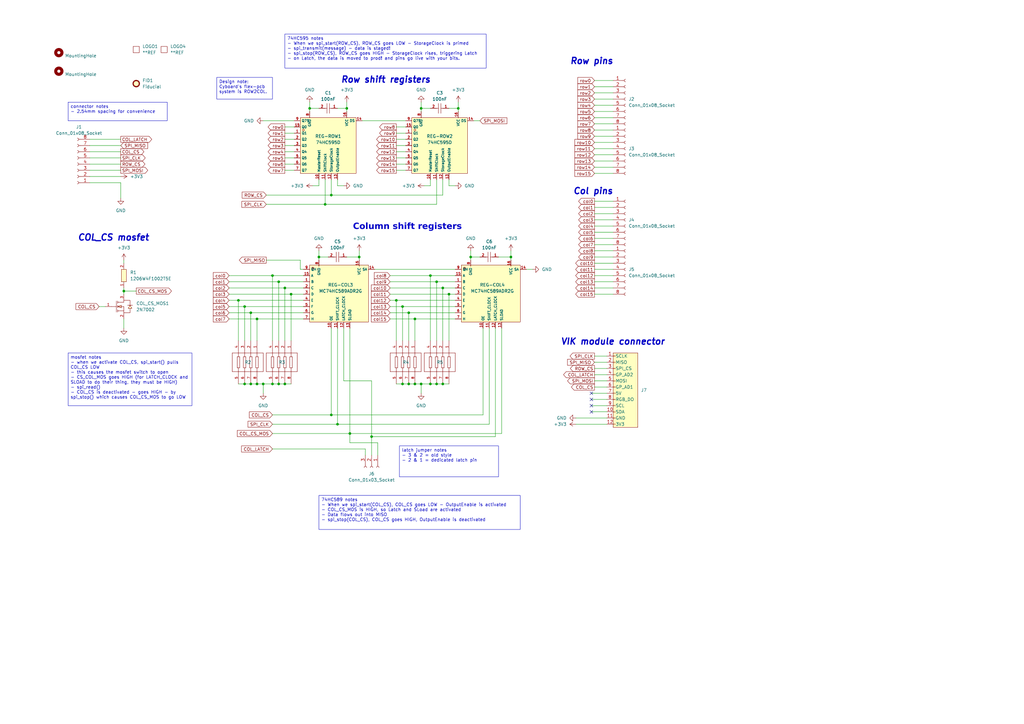
<source format=kicad_sch>
(kicad_sch (version 20231120) (generator "eeschema") (generator_version "8.0")
  (paper "A3")
  (lib_symbols
    (symbol "Connector:Conn_01x03_Socket" (pin_names (offset 1.016) hide)
      (property "Reference" "J" (at 0 5.08 0))
      (property "Value" "Conn_01x03_Socket" (at 0 -5.08 0))
      (symbol "Conn_01x03_Socket_1_1"
        (arc (start 0 -2.032) (mid -0.5058 -2.54) (end 0 -3.048) (stroke (width 0.1524)))
        (polyline (pts (xy -1.27 -2.54) (xy -0.508 -2.54)) (stroke (width 0.1524)))
        (polyline (pts (xy -1.27 0) (xy -0.508 0)) (stroke (width 0.1524)))
        (polyline (pts (xy -1.27 2.54) (xy -0.508 2.54)) (stroke (width 0.1524)))
        (arc (start 0 0.508) (mid -0.5058 0) (end 0 -0.508) (stroke (width 0.1524)))
        (arc (start 0 3.048) (mid -0.5058 2.54) (end 0 2.032) (stroke (width 0.1524)))
        (pin passive line (at -5.08 2.54 0) (length 3.81) (name "Pin_1") (number "1"))
        (pin passive line (at -5.08 0 0) (length 3.81) (name "Pin_2") (number "2"))
        (pin passive line (at -5.08 -2.54 0) (length 3.81) (name "Pin_3") (number "3"))
      )
    )
    (symbol "Connector:Conn_01x08_Socket" (pin_names (offset 1.016) hide)
      (property "Reference" "J" (at 0 10.16 0))
      (property "Value" "Conn_01x08_Socket" (at 0 -12.7 0))
      (symbol "Conn_01x08_Socket_1_1"
        (arc (start 0 -9.652) (mid -0.5058 -10.16) (end 0 -10.668) (stroke (width 0.1524)))
        (arc (start 0 -7.112) (mid -0.5058 -7.62) (end 0 -8.128) (stroke (width 0.1524)))
        (arc (start 0 -4.572) (mid -0.5058 -5.08) (end 0 -5.588) (stroke (width 0.1524)))
        (arc (start 0 -2.032) (mid -0.5058 -2.54) (end 0 -3.048) (stroke (width 0.1524)))
        (polyline (pts (xy -1.27 -10.16) (xy -0.508 -10.16)) (stroke (width 0.1524)))
        (polyline (pts (xy -1.27 -7.62) (xy -0.508 -7.62)) (stroke (width 0.1524)))
        (polyline (pts (xy -1.27 -5.08) (xy -0.508 -5.08)) (stroke (width 0.1524)))
        (polyline (pts (xy -1.27 -2.54) (xy -0.508 -2.54)) (stroke (width 0.1524)))
        (polyline (pts (xy -1.27 0) (xy -0.508 0)) (stroke (width 0.1524)))
        (polyline (pts (xy -1.27 2.54) (xy -0.508 2.54)) (stroke (width 0.1524)))
        (polyline (pts (xy -1.27 5.08) (xy -0.508 5.08)) (stroke (width 0.1524)))
        (polyline (pts (xy -1.27 7.62) (xy -0.508 7.62)) (stroke (width 0.1524)))
        (arc (start 0 0.508) (mid -0.5058 0) (end 0 -0.508) (stroke (width 0.1524)))
        (arc (start 0 3.048) (mid -0.5058 2.54) (end 0 2.032) (stroke (width 0.1524)))
        (arc (start 0 5.588) (mid -0.5058 5.08) (end 0 4.572) (stroke (width 0.1524)))
        (arc (start 0 8.128) (mid -0.5058 7.62) (end 0 7.112) (stroke (width 0.1524)))
        (pin passive line (at -5.08 7.62 0) (length 3.81) (name "Pin_1") (number "1"))
        (pin passive line (at -5.08 5.08 0) (length 3.81) (name "Pin_2") (number "2"))
        (pin passive line (at -5.08 2.54 0) (length 3.81) (name "Pin_3") (number "3"))
        (pin passive line (at -5.08 0 0) (length 3.81) (name "Pin_4") (number "4"))
        (pin passive line (at -5.08 -2.54 0) (length 3.81) (name "Pin_5") (number "5"))
        (pin passive line (at -5.08 -5.08 0) (length 3.81) (name "Pin_6") (number "6"))
        (pin passive line (at -5.08 -7.62 0) (length 3.81) (name "Pin_7") (number "7"))
        (pin passive line (at -5.08 -10.16 0) (length 3.81) (name "Pin_8") (number "8"))
      )
    )
    (symbol "Mechanical:Fiducial"
      (property "Reference" "FID" (at 0 5.08 0))
      (property "Value" "Fiducial" (at 0 3.175 0))
      (symbol "Fiducial_0_1"
        (circle (center 0 0) (radius 1.27) (stroke (width 0.508)) (fill (type background)))
      )
    )
    (symbol "Mechanical:MountingHole" (pin_names (offset 1.016))
      (property "Reference" "H" (at 0 5.08 0))
      (property "Value" "MountingHole" (at 0 3.175 0))
      (symbol "MountingHole_0_1"
        (circle (center 0 0) (radius 1.27) (stroke (width 1.27)))
      )
    )
    (symbol "ct-kicad:1206W4F1002T5E" (pin_names hide)
      (property "Reference" "R" (at 0 1.27 0))
      (property "Value" "1206W4F1002T5E" (at 0 -2.54 0))
      (symbol "1206W4F1002T5E_0_1"
        (rectangle (start -2.54 1.016) (end 2.54 -1.016) (fill (type background)))
        (pin input line (at -5.08 0 0) (length 2.54) (name "1") (number "1"))
        (pin input line (at 5.08 0 180) (length 2.54) (name "2") (number "2"))
      )
    )
    (symbol "ct-kicad:2N7002" (pin_names hide)
      (property "Reference" "U" (at 0 1.27 0))
      (property "Value" "2N7002" (at 0 -2.54 0))
      (symbol "2N7002_0_1"
        (polyline (pts (xy -2.54 0) (xy -0.508 0)))
        (polyline (pts (xy -0.508 2.286) (xy -0.508 -2.286)))
        (polyline (pts (xy 0 -2.286) (xy 0 -1.27)))
        (polyline (pts (xy 0 -0.508) (xy 0 0.508)))
        (polyline (pts (xy 0 2.286) (xy 0 1.27)))
        (polyline (pts (xy 2.54 -1.778) (xy 0 -1.778)))
        (polyline (pts (xy 0 0) (xy 1.524 -0.508) (xy 1.524 0.508) (xy 0 0)) (fill (type background)))
        (polyline (pts (xy 5.08 0.508) (xy 4.318 -0.762) (xy 5.842 -0.762) (xy 5.08 0.508)) (fill (type background)))
        (polyline (pts (xy 6.096 0.508) (xy 5.588 0.508) (xy 4.572 0.508) (xy 4.064 0.508)))
        (polyline (pts (xy 0 0) (xy 2.54 0) (xy 2.54 -2.54) (xy 5.08 -2.54) (xy 5.08 -0.762)))
        (polyline (pts (xy 0 1.778) (xy 2.54 1.778) (xy 2.54 2.54) (xy 5.08 2.54) (xy 5.08 0.508)))
        (pin unspecified line (at -5.08 0 0) (length 2.54) (name "G") (number "1"))
        (pin unspecified line (at 2.54 -5.08 90) (length 2.54) (name "S") (number "2"))
        (pin unspecified line (at 2.54 5.08 270) (length 2.54) (name "D") (number "3"))
      )
    )
    (symbol "ct-kicad:4D03WGJ0103T5E" (pin_names hide)
      (property "Reference" "R" (at 0 1.27 0))
      (property "Value" "4D03WGJ0103T5E" (at 0 -2.54 0))
      (symbol "4D03WGJ0103T5E_0_1"
        (polyline (pts (xy -3.81 -6.35) (xy 3.81 -6.35)))
        (polyline (pts (xy -3.81 -3.81) (xy -2.286 -3.81)))
        (polyline (pts (xy -3.81 -1.27) (xy -2.286 -1.27)))
        (polyline (pts (xy -3.81 1.27) (xy -2.286 1.27)))
        (polyline (pts (xy -3.81 3.81) (xy -2.286 3.81)))
        (polyline (pts (xy -3.81 6.35) (xy -3.81 -6.35)))
        (polyline (pts (xy -3.81 6.35) (xy 3.81 6.35)))
        (polyline (pts (xy -2.286 -3.302) (xy 2.286 -3.302)))
        (polyline (pts (xy -2.286 -0.762) (xy 2.286 -0.762)))
        (polyline (pts (xy -2.286 1.778) (xy 2.286 1.778)))
        (polyline (pts (xy -2.286 4.318) (xy 2.286 4.318)))
        (polyline (pts (xy 2.286 -3.81) (xy 3.81 -3.81)))
        (polyline (pts (xy 2.286 -1.27) (xy 3.81 -1.27)))
        (polyline (pts (xy 2.286 1.27) (xy 3.81 1.27)))
        (polyline (pts (xy 2.286 3.81) (xy 3.81 3.81)))
        (polyline (pts (xy 3.81 6.35) (xy 3.81 -6.35)))
        (polyline (pts (xy -2.286 -3.302) (xy -2.286 -4.318) (xy 2.286 -4.318) (xy 2.286 -3.302)))
        (polyline (pts (xy -2.286 -0.762) (xy -2.286 -1.778) (xy 2.286 -1.778) (xy 2.286 -0.762)))
        (polyline (pts (xy -2.286 1.778) (xy -2.286 0.762) (xy 2.286 0.762) (xy 2.286 1.778)))
        (polyline (pts (xy -2.286 4.318) (xy -2.286 3.302) (xy 2.286 3.302) (xy 2.286 4.318)))
        (pin input line (at -8.89 3.81 0) (length 5.08) (name "1") (number "1"))
        (pin input line (at -8.89 1.27 0) (length 5.08) (name "2") (number "2"))
        (pin input line (at -8.89 -1.27 0) (length 5.08) (name "3") (number "3"))
        (pin input line (at -8.89 -3.81 0) (length 5.08) (name "4") (number "4"))
        (pin input line (at 8.89 -3.81 180) (length 5.08) (name "5") (number "5"))
        (pin input line (at 8.89 -1.27 180) (length 5.08) (name "6") (number "6"))
        (pin input line (at 8.89 1.27 180) (length 5.08) (name "7") (number "7"))
        (pin input line (at 8.89 3.81 180) (length 5.08) (name "8") (number "8"))
      )
    )
    (symbol "ct-kicad:74HC595D,118"
      (property "Reference" "U" (at 0 5.08 0))
      (property "Value" "74HC595D" (at 0 2.54 0))
      (symbol "74HC595D,118_0_1"
        (rectangle (start -11.43 11.43) (end 11.43 -11.43) (fill (type background)))
        (circle (center -10.16 6.35) (radius 0.381) (fill (type background)))
        (pin unspecified line (at -13.97 5.08 0) (length 2.54) (name "Q1") (number "1"))
        (pin unspecified line (at 13.97 10.16 180) (length 2.54) (name "DS") (number "14"))
        (pin unspecified line (at -13.97 7.62 0) (length 2.54) (name "Q0") (number "15"))
        (pin unspecified line (at 7.62 13.97 270) (length 2.54) (name "VCC") (number "16"))
        (pin unspecified line (at -13.97 2.54 0) (length 2.54) (name "Q2") (number "2"))
        (pin unspecified line (at -13.97 0 0) (length 2.54) (name "Q3") (number "3"))
        (pin unspecified line (at -13.97 -2.54 0) (length 2.54) (name "Q4") (number "4"))
        (pin unspecified line (at -13.97 -5.08 0) (length 2.54) (name "Q5") (number "5"))
        (pin unspecified line (at -13.97 -7.62 0) (length 2.54) (name "Q6") (number "6"))
        (pin unspecified line (at -13.97 -10.16 0) (length 2.54) (name "Q7") (number "7"))
        (pin unspecified line (at -7.62 13.97 270) (length 2.54) (name "GND") (number "8"))
        (pin unspecified line (at -13.97 10.16 0) (length 2.54) (name "Q7S") (number "9"))
      )
      (symbol "74HC595D,118_1_1"
        (pin unspecified line (at -3.81 -13.97 90) (length 2.54) (name "MasterReset") (number "10"))
        (pin unspecified line (at -1.27 -13.97 90) (length 2.54) (name "ShiftClock") (number "11"))
        (pin unspecified line (at 1.27 -13.97 90) (length 2.54) (name "StorageClock") (number "12"))
        (pin unspecified line (at 3.81 -13.97 90) (length 2.54) (name "OutputEnable") (number "13"))
      )
    )
    (symbol "ct-kicad:CL05B104KO5NNNC" (pin_names hide)
      (property "Reference" "C" (at 0 1.27 0))
      (property "Value" "CL05B104KO5NNNC" (at 0 -2.54 0))
      (symbol "CL05B104KO5NNNC_0_1"
        (polyline (pts (xy -1.27 0) (xy -0.508 0)))
        (polyline (pts (xy -0.508 2.032) (xy -0.508 -2.032)))
        (polyline (pts (xy 0.508 0) (xy 1.27 0)))
        (polyline (pts (xy 0.508 2.032) (xy 0.508 -2.032)))
        (pin input line (at -3.81 0 0) (length 2.54) (name "1") (number "1"))
        (pin input line (at 3.81 0 180) (length 2.54) (name "2") (number "2"))
      )
    )
    (symbol "ct-kicad:MC74HC589ADR2G"
      (property "Reference" "U" (at 0 1.27 0))
      (property "Value" "MC74HC589ADR2G" (at 0 -2.54 0))
      (symbol "MC74HC589ADR2G_0_1"
        (rectangle (start -12.7 11.938) (end 11.43 -11.43) (fill (type background)))
        (circle (center -11.43 10.668) (radius 0.381) (fill (type background)))
        (circle (center -11.43 10.668) (radius 0.381) (fill (type background)))
        (pin unspecified line (at -15.24 5.08 0) (length 2.54) (name "B") (number "1"))
        (pin unspecified line (at -3.81 -13.97 90) (length 2.54) (name "OE") (number "10"))
        (pin unspecified line (at -1.27 -13.97 90) (length 2.54) (name "SHIFT_CLOCK") (number "11"))
        (pin unspecified line (at 1.27 -13.97 90) (length 2.54) (name "LATCH_CLOCK") (number "12"))
        (pin unspecified line (at 3.81 -13.97 90) (length 2.54) (name "SLOAD") (number "13"))
        (pin unspecified line (at 13.97 10.16 180) (length 2.54) (name "SA") (number "14"))
        (pin unspecified line (at -15.24 7.62 0) (length 2.54) (name "A") (number "15"))
        (pin unspecified line (at 7.62 13.97 270) (length 2.54) (name "VCC") (number "16"))
        (pin unspecified line (at -15.24 2.54 0) (length 2.54) (name "C") (number "2"))
        (pin unspecified line (at -15.24 0 0) (length 2.54) (name "D") (number "3"))
        (pin unspecified line (at -15.24 -2.54 0) (length 2.54) (name "E") (number "4"))
        (pin unspecified line (at -15.24 -5.08 0) (length 2.54) (name "F") (number "5"))
        (pin unspecified line (at -15.24 -7.62 0) (length 2.54) (name "G") (number "6"))
        (pin unspecified line (at -15.24 -10.16 0) (length 2.54) (name "H") (number "7"))
        (pin unspecified line (at -8.89 13.97 270) (length 2.54) (name "GND") (number "8"))
        (pin unspecified line (at -15.24 10.16 0) (length 2.54) (name "QH") (number "9"))
      )
    )
    (symbol "ct-kicad:awesome-logo" (in_bom no)
      (property "Reference" "LOGO" (at 0 0 0))
      (property "Value" "**REF" (at 0 0 0))
      (symbol "awesome-logo_0_1"
        (rectangle (start -1.27 1.27) (end 1.27 -1.27))
      )
    )
    (symbol "power:+3V3" (power) (pin_names (offset 0))
      (property "Value" "+3V3" (at 0 3.556 0))
      (symbol "+3V3_0_1"
        (polyline (pts (xy -0.762 1.27) (xy 0 2.54)))
        (polyline (pts (xy 0 0) (xy 0 2.54)))
        (polyline (pts (xy 0 2.54) (xy 0.762 1.27)))
      )
      (symbol "+3V3_1_1"
        (pin power_in line (at 0 0 90) (length 0) hide (name "+3V3") (number "1"))
      )
    )
    (symbol "power:GND" (power) (pin_names (offset 0))
      (property "Value" "GND" (at 0 -3.81 0))
      (symbol "GND_0_1"
        (polyline (pts (xy 0 0) (xy 0 -1.27) (xy 1.27 -1.27) (xy 0 -2.54) (xy -1.27 -1.27) (xy 0 -1.27)))
      )
      (symbol "GND_1_1"
        (pin power_in line (at 0 0 270) (length 0) hide (name "GND") (number "1"))
      )
    )
    (symbol "vik:vik-module-connector" (pin_names (offset 1))
      (property "Reference" "J" (at 0 15.875 0))
      (symbol "vik-module-connector_1_1"
        (rectangle (start -5.08 13.97) (end 5.08 -16.51) (fill (type background)))
        (rectangle (start -5.0546 -15.113) (end -4.191 -15.367) (stroke (width 0.1)))
        (rectangle (start -5.0546 -12.573) (end -4.191 -12.827) (stroke (width 0.1)))
        (rectangle (start -5.0546 -10.033) (end -4.191 -10.287) (stroke (width 0.1)))
        (rectangle (start -5.0546 -7.493) (end -4.191 -7.747) (stroke (width 0.1)))
        (rectangle (start -5.0546 -4.953) (end -4.191 -5.207) (stroke (width 0.1)))
        (rectangle (start -5.0546 -2.413) (end -4.191 -2.667) (stroke (width 0.1)))
        (rectangle (start -5.0546 0.127) (end -4.191 -0.127) (stroke (width 0.1)))
        (rectangle (start -5.0546 2.667) (end -4.191 2.413) (stroke (width 0.1)))
        (rectangle (start -5.0546 5.207) (end -4.191 4.953) (stroke (width 0.1)))
        (rectangle (start -5.0546 7.747) (end -4.191 7.493) (stroke (width 0.1)))
        (rectangle (start -5.0546 10.287) (end -4.191 10.033) (stroke (width 0.1)))
        (rectangle (start -5.0546 12.827) (end -4.191 12.573) (stroke (width 0.1)))
        (pin output line (at -7.62 12.7 0) (length 2.54) (name "SCLK") (number "1"))
        (pin bidirectional line (at -7.62 -10.16 0) (length 2.54) (name "SDA") (number "10"))
        (pin power_out line (at -7.62 -12.7 0) (length 2.54) (name "GND") (number "11"))
        (pin power_out line (at -7.62 -15.24 0) (length 2.54) (name "3V3") (number "12"))
        (pin tri_state line (at -7.62 10.16 0) (length 2.54) (name "MISO") (number "2"))
        (pin output line (at -7.62 7.62 0) (length 2.54) (name "SPI_CS") (number "3"))
        (pin bidirectional line (at -7.62 5.08 0) (length 2.54) (name "GP_AD2") (number "4"))
        (pin output line (at -7.62 2.54 0) (length 2.54) (name "MOSI") (number "5"))
        (pin bidirectional line (at -7.62 0 0) (length 2.54) (name "GP_AD1") (number "6"))
        (pin power_out line (at -7.62 -2.54 0) (length 2.54) (name "5V") (number "7"))
        (pin output line (at -7.62 -5.08 0) (length 2.54) (name "RGB_DO") (number "8"))
        (pin bidirectional line (at -7.62 -7.62 0) (length 2.54) (name "SCL") (number "9"))
      )
    )
  )
  (junction (at 102.87 157.48))
  (junction (at 114.3 115.57))
  (junction (at 127 44.45))
  (junction (at 135.89 170.18))
  (junction (at 116.84 118.11))
  (junction (at 167.64 157.48))
  (junction (at 111.76 157.48))
  (junction (at 107.95 157.48))
  (junction (at 133.35 83.82))
  (junction (at 105.41 130.81))
  (junction (at 135.89 80.01))
  (junction (at 50.8 119.38))
  (junction (at 116.84 157.48))
  (junction (at 179.07 115.57))
  (junction (at 100.33 157.48))
  (junction (at 179.07 157.48))
  (junction (at 209.55 105.41))
  (junction (at 172.72 157.48))
  (junction (at 130.81 105.41))
  (junction (at 142.24 44.45))
  (junction (at 170.18 130.81))
  (junction (at 176.53 157.48))
  (junction (at 152.4 179.07))
  (junction (at 111.76 113.03))
  (junction (at 119.38 120.65))
  (junction (at 143.51 177.8))
  (junction (at 97.79 123.19))
  (junction (at 167.64 128.27))
  (junction (at 162.56 123.19))
  (junction (at 181.61 118.11))
  (junction (at 165.1 157.48))
  (junction (at 187.96 44.45))
  (junction (at 170.18 157.48))
  (junction (at 102.87 128.27))
  (junction (at 105.41 157.48))
  (junction (at 147.32 105.41))
  (junction (at 165.1 125.73))
  (junction (at 193.04 105.41))
  (junction (at 176.53 113.03))
  (junction (at 114.3 157.48))
  (junction (at 181.61 157.48))
  (junction (at 184.15 120.65))
  (junction (at 138.43 173.99))
  (junction (at 100.33 125.73))
  (junction (at 172.72 44.45))
  (no_connect (at 242.57 168.91))
  (no_connect (at 242.57 163.83))
  (no_connect (at 242.57 161.29))
  (no_connect (at 242.57 166.37))
  (wire (pts (xy 127 41.91) (xy 127 44.45)))
  (wire (pts (xy 102.87 139.7) (xy 102.87 128.27)))
  (wire (pts (xy 236.22 173.99) (xy 248.92 173.99)))
  (wire (pts (xy 181.61 73.66) (xy 181.61 80.01)))
  (wire (pts (xy 130.81 105.41) (xy 130.81 106.68)))
  (wire (pts (xy 105.41 157.48) (xy 107.95 157.48)))
  (wire (pts (xy 100.33 125.73) (xy 100.33 139.7)))
  (wire (pts (xy 36.83 74.93) (xy 49.53 74.93)))
  (wire (pts (xy 135.89 170.18) (xy 198.12 170.18)))
  (wire (pts (xy 116.84 62.23) (xy 120.65 62.23)))
  (wire (pts (xy 116.84 118.11) (xy 124.46 118.11)))
  (wire (pts (xy 50.8 106.68) (xy 50.8 107.95)))
  (wire (pts (xy 140.97 156.21) (xy 140.97 134.62)))
  (wire (pts (xy 49.53 74.93) (xy 49.53 81.28)))
  (wire (pts (xy 243.84 66.04) (xy 251.46 66.04)))
  (wire (pts (xy 160.02 125.73) (xy 165.1 125.73)))
  (wire (pts (xy 181.61 157.48) (xy 184.15 157.48)))
  (wire (pts (xy 105.41 130.81) (xy 124.46 130.81)))
  (wire (pts (xy 138.43 73.66) (xy 138.43 76.2)))
  (wire (pts (xy 50.8 118.11) (xy 50.8 119.38)))
  (wire (pts (xy 116.84 54.61) (xy 120.65 54.61)))
  (wire (pts (xy 243.84 71.12) (xy 251.46 71.12)))
  (wire (pts (xy 160.02 118.11) (xy 181.61 118.11)))
  (wire (pts (xy 242.57 163.83) (xy 248.92 163.83)))
  (wire (pts (xy 173.99 76.2) (xy 176.53 76.2)))
  (wire (pts (xy 36.83 69.85) (xy 49.53 69.85)))
  (wire (pts (xy 242.57 166.37) (xy 248.92 166.37)))
  (wire (pts (xy 93.98 115.57) (xy 114.3 115.57)))
  (wire (pts (xy 243.84 38.1) (xy 251.46 38.1)))
  (wire (pts (xy 179.07 115.57) (xy 179.07 139.7)))
  (wire (pts (xy 147.32 102.87) (xy 147.32 105.41)))
  (wire (pts (xy 243.84 82.55) (xy 251.46 82.55)))
  (wire (pts (xy 160.02 115.57) (xy 179.07 115.57)))
  (wire (pts (xy 172.72 41.91) (xy 172.72 44.45)))
  (wire (pts (xy 209.55 102.87) (xy 209.55 105.41)))
  (wire (pts (xy 135.89 134.62) (xy 135.89 170.18)))
  (wire (pts (xy 243.84 40.64) (xy 251.46 40.64)))
  (wire (pts (xy 50.8 119.38) (xy 50.8 120.65)))
  (wire (pts (xy 243.84 151.13) (xy 248.92 151.13)))
  (wire (pts (xy 176.53 113.03) (xy 186.69 113.03)))
  (wire (pts (xy 170.18 130.81) (xy 186.69 130.81)))
  (wire (pts (xy 243.84 90.17) (xy 251.46 90.17)))
  (wire (pts (xy 242.57 161.29) (xy 248.92 161.29)))
  (wire (pts (xy 142.24 41.91) (xy 142.24 44.45)))
  (wire (pts (xy 123.19 106.68) (xy 123.19 110.49)))
  (wire (pts (xy 135.89 80.01) (xy 181.61 80.01)))
  (wire (pts (xy 109.22 83.82) (xy 133.35 83.82)))
  (wire (pts (xy 243.84 146.05) (xy 248.92 146.05)))
  (wire (pts (xy 127 44.45) (xy 127 45.72)))
  (wire (pts (xy 243.84 100.33) (xy 251.46 100.33)))
  (wire (pts (xy 100.33 157.48) (xy 102.87 157.48)))
  (wire (pts (xy 138.43 134.62) (xy 138.43 173.99)))
  (wire (pts (xy 162.56 59.69) (xy 166.37 59.69)))
  (wire (pts (xy 243.84 102.87) (xy 251.46 102.87)))
  (wire (pts (xy 184.15 44.45) (xy 187.96 44.45)))
  (wire (pts (xy 114.3 157.48) (xy 116.84 157.48)))
  (wire (pts (xy 102.87 157.48) (xy 105.41 157.48)))
  (wire (pts (xy 176.53 157.48) (xy 179.07 157.48)))
  (wire (pts (xy 162.56 157.48) (xy 165.1 157.48)))
  (wire (pts (xy 243.84 110.49) (xy 251.46 110.49)))
  (wire (pts (xy 204.47 105.41) (xy 209.55 105.41)))
  (wire (pts (xy 36.83 72.39) (xy 49.53 72.39)))
  (wire (pts (xy 36.83 57.15) (xy 49.53 57.15)))
  (wire (pts (xy 154.94 186.69) (xy 154.94 181.61)))
  (wire (pts (xy 243.84 55.88) (xy 251.46 55.88)))
  (wire (pts (xy 162.56 57.15) (xy 166.37 57.15)))
  (wire (pts (xy 100.33 125.73) (xy 124.46 125.73)))
  (wire (pts (xy 162.56 67.31) (xy 166.37 67.31)))
  (wire (pts (xy 160.02 120.65) (xy 184.15 120.65)))
  (wire (pts (xy 97.79 157.48) (xy 100.33 157.48)))
  (wire (pts (xy 243.84 48.26) (xy 251.46 48.26)))
  (wire (pts (xy 162.56 64.77) (xy 166.37 64.77)))
  (wire (pts (xy 107.95 157.48) (xy 111.76 157.48)))
  (wire (pts (xy 179.07 115.57) (xy 186.69 115.57)))
  (wire (pts (xy 130.81 105.41) (xy 134.62 105.41)))
  (wire (pts (xy 142.24 105.41) (xy 147.32 105.41)))
  (wire (pts (xy 143.51 181.61) (xy 143.51 177.8)))
  (wire (pts (xy 200.66 134.62) (xy 200.66 173.99)))
  (wire (pts (xy 93.98 123.19) (xy 97.79 123.19)))
  (wire (pts (xy 165.1 125.73) (xy 165.1 139.7)))
  (wire (pts (xy 111.76 184.15) (xy 149.86 184.15)))
  (wire (pts (xy 119.38 120.65) (xy 124.46 120.65)))
  (wire (pts (xy 93.98 113.03) (xy 111.76 113.03)))
  (wire (pts (xy 149.86 186.69) (xy 149.86 184.15)))
  (wire (pts (xy 135.89 73.66) (xy 135.89 80.01)))
  (wire (pts (xy 200.66 173.99) (xy 138.43 173.99)))
  (wire (pts (xy 167.64 128.27) (xy 186.69 128.27)))
  (wire (pts (xy 243.84 158.75) (xy 248.92 158.75)))
  (wire (pts (xy 123.19 110.49) (xy 124.46 110.49)))
  (wire (pts (xy 203.2 134.62) (xy 203.2 179.07)))
  (wire (pts (xy 167.64 157.48) (xy 170.18 157.48)))
  (wire (pts (xy 162.56 54.61) (xy 166.37 54.61)))
  (wire (pts (xy 160.02 128.27) (xy 167.64 128.27)))
  (wire (pts (xy 40.64 125.73) (xy 43.18 125.73)))
  (wire (pts (xy 243.84 113.03) (xy 251.46 113.03)))
  (wire (pts (xy 243.84 153.67) (xy 248.92 153.67)))
  (wire (pts (xy 243.84 45.72) (xy 251.46 45.72)))
  (wire (pts (xy 160.02 130.81) (xy 170.18 130.81)))
  (wire (pts (xy 167.64 128.27) (xy 167.64 139.7)))
  (wire (pts (xy 243.84 43.18) (xy 251.46 43.18)))
  (wire (pts (xy 160.02 123.19) (xy 162.56 123.19)))
  (wire (pts (xy 111.76 113.03) (xy 111.76 139.7)))
  (wire (pts (xy 179.07 157.48) (xy 181.61 157.48)))
  (wire (pts (xy 111.76 177.8) (xy 143.51 177.8)))
  (wire (pts (xy 198.12 134.62) (xy 198.12 170.18)))
  (wire (pts (xy 172.72 44.45) (xy 176.53 44.45)))
  (wire (pts (xy 243.84 95.25) (xy 251.46 95.25)))
  (wire (pts (xy 181.61 118.11) (xy 186.69 118.11)))
  (wire (pts (xy 193.04 102.87) (xy 193.04 105.41)))
  (wire (pts (xy 111.76 170.18) (xy 135.89 170.18)))
  (wire (pts (xy 193.04 105.41) (xy 193.04 106.68)))
  (wire (pts (xy 236.22 171.45) (xy 248.92 171.45)))
  (wire (pts (xy 154.94 181.61) (xy 143.51 181.61)))
  (wire (pts (xy 93.98 125.73) (xy 100.33 125.73)))
  (wire (pts (xy 243.84 33.02) (xy 251.46 33.02)))
  (wire (pts (xy 243.84 92.71) (xy 251.46 92.71)))
  (wire (pts (xy 152.4 179.07) (xy 152.4 186.69)))
  (wire (pts (xy 93.98 118.11) (xy 116.84 118.11)))
  (wire (pts (xy 97.79 123.19) (xy 124.46 123.19)))
  (wire (pts (xy 133.35 83.82) (xy 179.07 83.82)))
  (wire (pts (xy 184.15 76.2) (xy 186.69 76.2)))
  (wire (pts (xy 116.84 157.48) (xy 119.38 157.48)))
  (wire (pts (xy 184.15 120.65) (xy 186.69 120.65)))
  (wire (pts (xy 148.59 49.53) (xy 166.37 49.53)))
  (wire (pts (xy 184.15 120.65) (xy 184.15 139.7)))
  (wire (pts (xy 243.84 50.8) (xy 251.46 50.8)))
  (wire (pts (xy 243.84 63.5) (xy 251.46 63.5)))
  (wire (pts (xy 36.83 62.23) (xy 49.53 62.23)))
  (wire (pts (xy 243.84 53.34) (xy 251.46 53.34)))
  (wire (pts (xy 111.76 113.03) (xy 124.46 113.03)))
  (wire (pts (xy 102.87 128.27) (xy 124.46 128.27)))
  (wire (pts (xy 160.02 113.03) (xy 176.53 113.03)))
  (wire (pts (xy 93.98 128.27) (xy 102.87 128.27)))
  (wire (pts (xy 187.96 44.45) (xy 187.96 45.72)))
  (wire (pts (xy 152.4 156.21) (xy 140.97 156.21)))
  (wire (pts (xy 165.1 125.73) (xy 186.69 125.73)))
  (wire (pts (xy 130.81 73.66) (xy 130.81 76.2)))
  (wire (pts (xy 36.83 64.77) (xy 49.53 64.77)))
  (wire (pts (xy 143.51 177.8) (xy 205.74 177.8)))
  (wire (pts (xy 205.74 134.62) (xy 205.74 177.8)))
  (wire (pts (xy 187.96 41.91) (xy 187.96 44.45)))
  (wire (pts (xy 143.51 134.62) (xy 143.51 177.8)))
  (wire (pts (xy 243.84 107.95) (xy 251.46 107.95)))
  (wire (pts (xy 107.95 157.48) (xy 107.95 161.29)))
  (wire (pts (xy 130.81 102.87) (xy 130.81 105.41)))
  (wire (pts (xy 93.98 120.65) (xy 119.38 120.65)))
  (wire (pts (xy 215.9 110.49) (xy 218.44 110.49)))
  (wire (pts (xy 36.83 59.69) (xy 49.53 59.69)))
  (wire (pts (xy 128.27 76.2) (xy 130.81 76.2)))
  (wire (pts (xy 194.31 49.53) (xy 196.85 49.53)))
  (wire (pts (xy 243.84 148.59) (xy 248.92 148.59)))
  (wire (pts (xy 243.84 156.21) (xy 248.92 156.21)))
  (wire (pts (xy 127 44.45) (xy 130.81 44.45)))
  (wire (pts (xy 111.76 157.48) (xy 114.3 157.48)))
  (wire (pts (xy 172.72 157.48) (xy 176.53 157.48)))
  (wire (pts (xy 243.84 85.09) (xy 251.46 85.09)))
  (wire (pts (xy 243.84 97.79) (xy 251.46 97.79)))
  (wire (pts (xy 147.32 105.41) (xy 147.32 106.68)))
  (wire (pts (xy 242.57 168.91) (xy 248.92 168.91)))
  (wire (pts (xy 153.67 110.49) (xy 186.69 110.49)))
  (wire (pts (xy 162.56 123.19) (xy 162.56 139.7)))
  (wire (pts (xy 184.15 73.66) (xy 184.15 76.2)))
  (wire (pts (xy 116.84 118.11) (xy 116.84 139.7)))
  (wire (pts (xy 243.84 87.63) (xy 251.46 87.63)))
  (wire (pts (xy 179.07 73.66) (xy 179.07 83.82)))
  (wire (pts (xy 133.35 73.66) (xy 133.35 83.82)))
  (wire (pts (xy 36.83 67.31) (xy 49.53 67.31)))
  (wire (pts (xy 181.61 118.11) (xy 181.61 139.7)))
  (wire (pts (xy 105.41 130.81) (xy 105.41 139.7)))
  (wire (pts (xy 50.8 130.81) (xy 50.8 134.62)))
  (wire (pts (xy 114.3 115.57) (xy 124.46 115.57)))
  (wire (pts (xy 162.56 123.19) (xy 186.69 123.19)))
  (wire (pts (xy 193.04 105.41) (xy 196.85 105.41)))
  (wire (pts (xy 138.43 44.45) (xy 142.24 44.45)))
  (wire (pts (xy 243.84 120.65) (xy 251.46 120.65)))
  (wire (pts (xy 162.56 52.07) (xy 166.37 52.07)))
  (wire (pts (xy 172.72 157.48) (xy 172.72 161.29)))
  (wire (pts (xy 116.84 59.69) (xy 120.65 59.69)))
  (wire (pts (xy 243.84 35.56) (xy 251.46 35.56)))
  (wire (pts (xy 243.84 105.41) (xy 251.46 105.41)))
  (wire (pts (xy 50.8 119.38) (xy 55.88 119.38)))
  (wire (pts (xy 172.72 44.45) (xy 172.72 45.72)))
  (wire (pts (xy 243.84 115.57) (xy 251.46 115.57)))
  (wire (pts (xy 109.22 106.68) (xy 123.19 106.68)))
  (wire (pts (xy 93.98 130.81) (xy 105.41 130.81)))
  (wire (pts (xy 116.84 57.15) (xy 120.65 57.15)))
  (wire (pts (xy 170.18 130.81) (xy 170.18 139.7)))
  (wire (pts (xy 243.84 58.42) (xy 251.46 58.42)))
  (wire (pts (xy 152.4 179.07) (xy 203.2 179.07)))
  (wire (pts (xy 243.84 60.96) (xy 251.46 60.96)))
  (wire (pts (xy 116.84 64.77) (xy 120.65 64.77)))
  (wire (pts (xy 109.22 80.01) (xy 135.89 80.01)))
  (wire (pts (xy 142.24 44.45) (xy 142.24 45.72)))
  (wire (pts (xy 176.53 73.66) (xy 176.53 76.2)))
  (wire (pts (xy 116.84 69.85) (xy 120.65 69.85)))
  (wire (pts (xy 97.79 123.19) (xy 97.79 139.7)))
  (wire (pts (xy 243.84 118.11) (xy 251.46 118.11)))
  (wire (pts (xy 243.84 68.58) (xy 251.46 68.58)))
  (wire (pts (xy 170.18 157.48) (xy 172.72 157.48)))
  (wire (pts (xy 162.56 62.23) (xy 166.37 62.23)))
  (wire (pts (xy 209.55 105.41) (xy 209.55 106.68)))
  (wire (pts (xy 165.1 157.48) (xy 167.64 157.48)))
  (wire (pts (xy 114.3 115.57) (xy 114.3 139.7)))
  (wire (pts (xy 111.76 173.99) (xy 138.43 173.99)))
  (wire (pts (xy 116.84 67.31) (xy 120.65 67.31)))
  (wire (pts (xy 107.95 49.53) (xy 120.65 49.53)))
  (wire (pts (xy 152.4 179.07) (xy 152.4 156.21)))
  (wire (pts (xy 119.38 120.65) (xy 119.38 139.7)))
  (wire (pts (xy 138.43 76.2) (xy 140.97 76.2)))
  (wire (pts (xy 116.84 52.07) (xy 120.65 52.07)))
  (wire (pts (xy 176.53 113.03) (xy 176.53 139.7)))
  (wire (pts (xy 162.56 69.85) (xy 166.37 69.85)))
  (text_box "mosfet notes\n- when we activate COL_CS, spi_start() pulls COL_CS LOW\n- this causes the mosfet switch to open\n- CS_COL_MOS goes HIGH (for LATCH_CLOCK and SLOAD to do their thing, they must be HIGH)\n- spi_read()\n- COL_CS is deactivated - goes HIGH - by spi_stop() which causes COL_CS_MOS to go LOW" (at 27.94 144.78 0) (size 50.8 21.59) (effects (font (size 1.27 1.27)) (justify left top)))
  (text_box "74HC595 notes\n- When we spi_start(ROW_CS), ROW_CS goes LOW - StorageClock is primed\n- spi_transmit(message) - data is staged!\n- spi_stop(ROW_CS), ROW_CS goes HIGH - StorageClock rises, triggering Latch\n- on Latch, the data is moved to prod! and pins go live with your bits." (at 116.84 13.97 0) (size 82.55 13.97) (effects (font (size 1.27 1.27)) (justify left top)))
  (text_box "74HC589 notes\n- When we spi_start(COL_CS), COL_CS goes LOW - OutputEnable is activated\n- COL_CS_MOS is HIGH, so Latch and SLoad are activated\n- Data flows out into MISO\n- spi_stop(COL_CS), COL_CS goes HIGH, OutputEnable is deactivated" (at 130.81 203.2 0) (size 82.55 13.97) (effects (font (size 1.27 1.27)) (justify left top)))
  (text_box "Design note: \nCyboard's flex-pcb system is ROW2COL." (at 88.9 31.75 0) (size 22.86 8.89) (effects (font (size 1.27 1.27)) (justify left top)))
  (text_box "connector notes\n- 2.54mm spacing for convenience\n" (at 27.94 41.91 0) (size 40.64 7.62) (effects (font (size 1.27 1.27)) (justify left top)))
  (text_box "latch jumper notes\n- 3 & 2 = old style\n- 2 & 1 = dedicated latch pin" (at 163.83 182.88 0) (size 40.64 12.7) (effects (font (size 1.27 1.27)) (justify left top)))
  (text "Column shift registers" (at 144.78 95.25 0) (effects (font (size 2.54 2.54) (thickness 0.508) (bold yes) (italic yes)) (justify left bottom)))
  (text "COL_CS mosfet" (at 31.75 99.06 0) (effects (font (size 2.54 2.54) (thickness 0.508) (bold yes) (italic yes)) (justify left bottom)))
  (text "Col pins" (at 234.95 80.01 0) (effects (font (size 2.54 2.54) (thickness 0.508) (bold yes) (italic yes)) (justify left bottom)))
  (text "Row pins" (at 233.68 26.67 0) (effects (font (size 2.54 2.54) (thickness 0.508) (bold yes) (italic yes)) (justify left bottom)))
  (text "Row shift registers" (at 139.7 34.29 0) (effects (font (size 2.54 2.54) (thickness 0.508) (bold yes) (italic yes)) (justify left bottom)))
  (text "VIK module connector" (at 229.87 141.732 0) (effects (font (size 2.54 2.54) (thickness 0.508) (bold yes) (italic yes)) (justify left bottom)))
  (global_label "col8" (shape output) (at 243.84 102.87 180) (property "Intersheetrefs" "${INTERSHEET_REFS}" (effects (hide yes))))
  (global_label "row10" (shape input) (at 243.84 58.42 180) (property "Intersheetrefs" "${INTERSHEET_REFS}" (effects (hide yes))))
  (global_label "row1" (shape output) (at 116.84 54.61 180) (property "Intersheetrefs" "${INTERSHEET_REFS}" (effects (hide yes))))
  (global_label "col13" (shape output) (at 243.84 115.57 180) (property "Intersheetrefs" "${INTERSHEET_REFS}" (effects (hide yes))))
  (global_label "col13" (shape input) (at 160.02 125.73 180) (property "Intersheetrefs" "${INTERSHEET_REFS}" (effects (hide yes))))
  (global_label "SPI_MOSI" (shape output) (at 243.84 156.21 180) (property "Intersheetrefs" "${INTERSHEET_REFS}" (effects (hide yes))))
  (global_label "col0" (shape input) (at 93.98 113.03 180) (property "Intersheetrefs" "${INTERSHEET_REFS}" (effects (hide yes))))
  (global_label "col8" (shape input) (at 160.02 113.03 180) (property "Intersheetrefs" "${INTERSHEET_REFS}" (effects (hide yes))))
  (global_label "col15" (shape output) (at 243.84 120.65 180) (property "Intersheetrefs" "${INTERSHEET_REFS}" (effects (hide yes))))
  (global_label "row5" (shape output) (at 116.84 64.77 180) (property "Intersheetrefs" "${INTERSHEET_REFS}" (effects (hide yes))))
  (global_label "row14" (shape output) (at 162.56 67.31 180) (property "Intersheetrefs" "${INTERSHEET_REFS}" (effects (hide yes))))
  (global_label "SPI_CLK" (shape input) (at 111.76 173.99 180) (property "Intersheetrefs" "${INTERSHEET_REFS}" (effects (hide yes))))
  (global_label "col7" (shape output) (at 243.84 100.33 180) (property "Intersheetrefs" "${INTERSHEET_REFS}" (effects (hide yes))))
  (global_label "row12" (shape input) (at 243.84 63.5 180) (property "Intersheetrefs" "${INTERSHEET_REFS}" (effects (hide yes))))
  (global_label "col4" (shape output) (at 243.84 92.71 180) (property "Intersheetrefs" "${INTERSHEET_REFS}" (effects (hide yes))))
  (global_label "row10" (shape output) (at 162.56 57.15 180) (property "Intersheetrefs" "${INTERSHEET_REFS}" (effects (hide yes))))
  (global_label "col12" (shape input) (at 160.02 123.19 180) (property "Intersheetrefs" "${INTERSHEET_REFS}" (effects (hide yes))))
  (global_label "row0" (shape output) (at 116.84 52.07 180) (property "Intersheetrefs" "${INTERSHEET_REFS}" (effects (hide yes))))
  (global_label "col14" (shape output) (at 243.84 118.11 180) (property "Intersheetrefs" "${INTERSHEET_REFS}" (effects (hide yes))))
  (global_label "row3" (shape output) (at 116.84 59.69 180) (property "Intersheetrefs" "${INTERSHEET_REFS}" (effects (hide yes))))
  (global_label "row12" (shape output) (at 162.56 62.23 180) (property "Intersheetrefs" "${INTERSHEET_REFS}" (effects (hide yes))))
  (global_label "col0" (shape output) (at 243.84 82.55 180) (property "Intersheetrefs" "${INTERSHEET_REFS}" (effects (hide yes))))
  (global_label "row1" (shape input) (at 243.84 35.56 180) (property "Intersheetrefs" "${INTERSHEET_REFS}" (effects (hide yes))))
  (global_label "col3" (shape input) (at 93.98 120.65 180) (property "Intersheetrefs" "${INTERSHEET_REFS}" (effects (hide yes))))
  (global_label "SPI_MOSI" (shape input) (at 196.85 49.53 0) (property "Intersheetrefs" "${INTERSHEET_REFS}" (effects (hide yes))))
  (global_label "col4" (shape input) (at 93.98 123.19 180) (property "Intersheetrefs" "${INTERSHEET_REFS}" (effects (hide yes))))
  (global_label "ROW_CS" (shape output) (at 49.53 67.31 0) (property "Intersheetrefs" "${INTERSHEET_REFS}" (effects (hide yes))))
  (global_label "col3" (shape output) (at 243.84 90.17 180) (property "Intersheetrefs" "${INTERSHEET_REFS}" (effects (hide yes))))
  (global_label "row8" (shape output) (at 162.56 52.07 180) (property "Intersheetrefs" "${INTERSHEET_REFS}" (effects (hide yes))))
  (global_label "row15" (shape input) (at 243.84 71.12 180) (property "Intersheetrefs" "${INTERSHEET_REFS}" (effects (hide yes))))
  (global_label "row9" (shape output) (at 162.56 54.61 180) (property "Intersheetrefs" "${INTERSHEET_REFS}" (effects (hide yes))))
  (global_label "SPI_MISO" (shape input) (at 243.84 148.59 180) (property "Intersheetrefs" "${INTERSHEET_REFS}" (effects (hide yes))))
  (global_label "row2" (shape output) (at 116.84 57.15 180) (property "Intersheetrefs" "${INTERSHEET_REFS}" (effects (hide yes))))
  (global_label "col10" (shape input) (at 160.02 118.11 180) (property "Intersheetrefs" "${INTERSHEET_REFS}" (effects (hide yes))))
  (global_label "SPI_MOSI" (shape output) (at 49.53 69.85 0) (property "Intersheetrefs" "${INTERSHEET_REFS}" (effects (hide yes))))
  (global_label "COL_LATCH" (shape output) (at 243.84 153.67 180) (property "Intersheetrefs" "${INTERSHEET_REFS}" (effects (hide yes))))
  (global_label "col5" (shape output) (at 243.84 95.25 180) (property "Intersheetrefs" "${INTERSHEET_REFS}" (effects (hide yes))))
  (global_label "COL_CS" (shape input) (at 40.64 125.73 180) (property "Intersheetrefs" "${INTERSHEET_REFS}" (effects (hide yes))))
  (global_label "col11" (shape input) (at 160.02 120.65 180) (property "Intersheetrefs" "${INTERSHEET_REFS}" (effects (hide yes))))
  (global_label "col2" (shape input) (at 93.98 118.11 180) (property "Intersheetrefs" "${INTERSHEET_REFS}" (effects (hide yes))))
  (global_label "COL_LATCH" (shape output) (at 49.53 57.15 0) (property "Intersheetrefs" "${INTERSHEET_REFS}" (effects (hide yes))))
  (global_label "ROW_CS" (shape input) (at 109.22 80.01 180) (property "Intersheetrefs" "${INTERSHEET_REFS}" (effects (hide yes))))
  (global_label "col6" (shape input) (at 93.98 128.27 180) (property "Intersheetrefs" "${INTERSHEET_REFS}" (effects (hide yes))))
  (global_label "row9" (shape input) (at 243.84 55.88 180) (property "Intersheetrefs" "${INTERSHEET_REFS}" (effects (hide yes))))
  (global_label "row5" (shape input) (at 243.84 45.72 180) (property "Intersheetrefs" "${INTERSHEET_REFS}" (effects (hide yes))))
  (global_label "row15" (shape output) (at 162.56 69.85 180) (property "Intersheetrefs" "${INTERSHEET_REFS}" (effects (hide yes))))
  (global_label "COL_LATCH" (shape input) (at 111.76 184.15 180) (property "Intersheetrefs" "${INTERSHEET_REFS}" (effects (hide yes))))
  (global_label "row2" (shape input) (at 243.84 38.1 180) (property "Intersheetrefs" "${INTERSHEET_REFS}" (effects (hide yes))))
  (global_label "col15" (shape input) (at 160.02 130.81 180) (property "Intersheetrefs" "${INTERSHEET_REFS}" (effects (hide yes))))
  (global_label "col1" (shape output) (at 243.84 85.09 180) (property "Intersheetrefs" "${INTERSHEET_REFS}" (effects (hide yes))))
  (global_label "SPI_CLK" (shape input) (at 109.22 83.82 180) (property "Intersheetrefs" "${INTERSHEET_REFS}" (effects (hide yes))))
  (global_label "col12" (shape output) (at 243.84 113.03 180) (property "Intersheetrefs" "${INTERSHEET_REFS}" (effects (hide yes))))
  (global_label "row11" (shape output) (at 162.56 59.69 180) (property "Intersheetrefs" "${INTERSHEET_REFS}" (effects (hide yes))))
  (global_label "SPI_MISO" (shape output) (at 109.22 106.68 180) (property "Intersheetrefs" "${INTERSHEET_REFS}" (effects (hide yes))))
  (global_label "row6" (shape output) (at 116.84 67.31 180) (property "Intersheetrefs" "${INTERSHEET_REFS}" (effects (hide yes))))
  (global_label "col5" (shape input) (at 93.98 125.73 180) (property "Intersheetrefs" "${INTERSHEET_REFS}" (effects (hide yes))))
  (global_label "col2" (shape output) (at 243.84 87.63 180) (property "Intersheetrefs" "${INTERSHEET_REFS}" (effects (hide yes))))
  (global_label "ROW_CS" (shape output) (at 243.84 151.13 180) (property "Intersheetrefs" "${INTERSHEET_REFS}" (effects (hide yes))))
  (global_label "SPI_CLK" (shape output) (at 49.53 64.77 0) (property "Intersheetrefs" "${INTERSHEET_REFS}" (effects (hide yes))))
  (global_label "row11" (shape input) (at 243.84 60.96 180) (property "Intersheetrefs" "${INTERSHEET_REFS}" (effects (hide yes))))
  (global_label "col6" (shape output) (at 243.84 97.79 180) (property "Intersheetrefs" "${INTERSHEET_REFS}" (effects (hide yes))))
  (global_label "row7" (shape input) (at 243.84 50.8 180) (property "Intersheetrefs" "${INTERSHEET_REFS}" (effects (hide yes))))
  (global_label "COL_CS" (shape output) (at 49.53 62.23 0) (property "Intersheetrefs" "${INTERSHEET_REFS}" (effects (hide yes))))
  (global_label "row0" (shape input) (at 243.84 33.02 180) (property "Intersheetrefs" "${INTERSHEET_REFS}" (effects (hide yes))))
  (global_label "col7" (shape input) (at 93.98 130.81 180) (property "Intersheetrefs" "${INTERSHEET_REFS}" (effects (hide yes))))
  (global_label "SPI_CLK" (shape output) (at 243.84 146.05 180) (property "Intersheetrefs" "${INTERSHEET_REFS}" (effects (hide yes))))
  (global_label "COL_CS" (shape input) (at 111.76 170.18 180) (property "Intersheetrefs" "${INTERSHEET_REFS}" (effects (hide yes))))
  (global_label "SPI_MISO" (shape input) (at 49.53 59.69 0) (property "Intersheetrefs" "${INTERSHEET_REFS}" (effects (hide yes))))
  (global_label "col10" (shape output) (at 243.84 107.95 180) (property "Intersheetrefs" "${INTERSHEET_REFS}" (effects (hide yes))))
  (global_label "row13" (shape output) (at 162.56 64.77 180) (property "Intersheetrefs" "${INTERSHEET_REFS}" (effects (hide yes))))
  (global_label "COL_CS_MOS" (shape output) (at 55.88 119.38 0) (property "Intersheetrefs" "${INTERSHEET_REFS}" (effects (hide yes))))
  (global_label "row7" (shape output) (at 116.84 69.85 180) (property "Intersheetrefs" "${INTERSHEET_REFS}" (effects (hide yes))))
  (global_label "col14" (shape input) (at 160.02 128.27 180) (property "Intersheetrefs" "${INTERSHEET_REFS}" (effects (hide yes))))
  (global_label "COL_CS_MOS" (shape input) (at 111.76 177.8 180) (property "Intersheetrefs" "${INTERSHEET_REFS}" (effects (hide yes))))
  (global_label "COL_CS" (shape output) (at 243.84 158.75 180) (property "Intersheetrefs" "${INTERSHEET_REFS}" (effects (hide yes))))
  (global_label "row13" (shape input) (at 243.84 66.04 180) (property "Intersheetrefs" "${INTERSHEET_REFS}" (effects (hide yes))))
  (global_label "row6" (shape input) (at 243.84 48.26 180) (property "Intersheetrefs" "${INTERSHEET_REFS}" (effects (hide yes))))
  (global_label "col9" (shape input) (at 160.02 115.57 180) (property "Intersheetrefs" "${INTERSHEET_REFS}" (effects (hide yes))))
  (global_label "row3" (shape input) (at 243.84 40.64 180) (property "Intersheetrefs" "${INTERSHEET_REFS}" (effects (hide yes))))
  (global_label "row8" (shape input) (at 243.84 53.34 180) (property "Intersheetrefs" "${INTERSHEET_REFS}" (effects (hide yes))))
  (global_label "row14" (shape input) (at 243.84 68.58 180) (property "Intersheetrefs" "${INTERSHEET_REFS}" (effects (hide yes))))
  (global_label "row4" (shape output) (at 116.84 62.23 180) (property "Intersheetrefs" "${INTERSHEET_REFS}" (effects (hide yes))))
  (global_label "col1" (shape input) (at 93.98 115.57 180) (property "Intersheetrefs" "${INTERSHEET_REFS}" (effects (hide yes))))
  (global_label "row4" (shape input) (at 243.84 43.18 180) (property "Intersheetrefs" "${INTERSHEET_REFS}" (effects (hide yes))))
  (global_label "col9" (shape output) (at 243.84 105.41 180) (property "Intersheetrefs" "${INTERSHEET_REFS}" (effects (hide yes))))
  (global_label "col11" (shape output) (at 243.84 110.49 180) (property "Intersheetrefs" "${INTERSHEET_REFS}" (effects (hide yes))))
  (symbol (lib_id "power:GND") (at 172.72 161.29 0) (unit 1)
    (property "Reference" "#PWR022" (effects (hide yes)))
    (property "Value" "GND" (at 172.72 166.37 0))
  )
  (symbol (lib_id "power:+3V3") (at 187.96 41.91 0) (unit 1)
    (property "Reference" "#PWR012" (effects (hide yes)))
    (property "Value" "+3V3" (at 187.96 36.83 0))
  )
  (symbol (lib_id "ct-kicad:4D03WGJ0103T5E") (at 115.57 148.59 270) (unit 1)
    (property "Reference" "R3" (at 114.3 148.59 90) (effects (justify left)))
    (property "Value" "4D03WGJ0103T5E" (effects (hide yes)))
    (property "Footprint" "ct-kicad:RES-ARRAY-SMD_0603-8P-L3.2-W1.6-BL" (effects (hide yes)))
    (property "Datasheet" "https://item.szlcsc.com/20907.html" (effects (hide yes)))
    (property "LCSC" "C29718" (effects (hide yes)))
  )
  (symbol (lib_id "power:GND") (at 50.8 134.62 0) (unit 1)
    (property "Reference" "#PWR016" (effects (hide yes)))
    (property "Value" "GND" (at 50.8 139.7 0))
  )
  (symbol (lib_id "power:GND") (at 49.53 81.28 0) (unit 1)
    (property "Reference" "#PWR017" (effects (hide yes)))
    (property "Value" "GND" (at 49.53 86.36 0))
  )
  (symbol (lib_id "ct-kicad:CL05B104KO5NNNC") (at 200.66 105.41 180) (unit 1)
    (property "Reference" "C6" (at 200.66 99.06 0))
    (property "Value" "100nF" (at 200.66 101.6 0))
    (property "Footprint" "ct-kicad:C0402" (effects (hide yes)))
    (property "Datasheet" "https://item.szlcsc.com/15869.html" (effects (hide yes)))
    (property "LCSC" "C1525" (effects (hide yes)))
  )
  (symbol (lib_id "power:+3V3") (at 209.55 102.87 0) (unit 1)
    (property "Reference" "#PWR024" (effects (hide yes)))
    (property "Value" "+3V3" (at 209.55 97.79 0))
  )
  (symbol (lib_id "power:+3V3") (at 49.53 72.39 270) (unit 1)
    (property "Reference" "#PWR018" (effects (hide yes)))
    (property "Value" "+3V3" (at 53.34 72.39 90) (effects (justify left)))
  )
  (symbol (lib_id "power:GND") (at 172.72 41.91 180) (unit 1)
    (property "Reference" "#PWR08" (effects (hide yes)))
    (property "Value" "GND" (at 172.72 36.83 0))
  )
  (symbol (lib_id "power:GND") (at 186.69 76.2 90) (unit 1)
    (property "Reference" "#PWR011" (effects (hide yes)))
    (property "Value" "GND" (at 190.5 76.2 90) (effects (justify right)))
  )
  (symbol (lib_id "power:GND") (at 107.95 49.53 270) (unit 1)
    (property "Reference" "#PWR01" (effects (hide yes)))
    (property "Value" "GND" (at 104.14 49.53 90) (effects (justify right)))
  )
  (symbol (lib_id "ct-kicad:awesome-logo") (at 67.31 20.32 0) (unit 1) (in_bom no)
    (property "Reference" "LOGO4" (at 69.85 19.05 0) (effects (justify left)))
    (property "Value" "**REF" (at 69.85 21.59 0) (effects (justify left)))
    (property "Footprint" "ct-kicad:awesome-logo" (effects (hide yes)))
  )
  (symbol (lib_id "ct-kicad:CL05B104KO5NNNC") (at 134.62 44.45 180) (unit 1)
    (property "Reference" "C1" (at 134.62 38.1 0))
    (property "Value" "100nF" (at 134.62 40.64 0))
    (property "Footprint" "ct-kicad:C0402" (effects (hide yes)))
    (property "Datasheet" "https://item.szlcsc.com/15869.html" (effects (hide yes)))
    (property "LCSC" "C1525" (effects (hide yes)))
  )
  (symbol (lib_id "power:GND") (at 236.22 171.45 270) (unit 1)
    (property "Reference" "#PWR03" (effects (hide yes)))
    (property "Value" "GND" (at 232.41 171.4499 90) (effects (justify right)))
  )
  (symbol (lib_id "Connector:Conn_01x08_Socket") (at 256.54 90.17 0) (unit 1)
    (property "Reference" "J4" (at 257.81 90.17 0) (effects (justify left)))
    (property "Value" "Conn_01x08_Socket" (at 257.81 92.71 0) (effects (justify left)))
    (property "Footprint" "Connector_JST:JST_EH_B8B-EH-A_1x08_P2.50mm_Vertical" (effects (hide yes)))
  )
  (symbol (lib_id "ct-kicad:4D03WGJ0103T5E") (at 101.6 148.59 270) (unit 1)
    (property "Reference" "R2" (at 100.33 148.59 90) (effects (justify left)))
    (property "Value" "4D03WGJ0103T5E" (effects (hide yes)))
    (property "Footprint" "ct-kicad:RES-ARRAY-SMD_0603-8P-L3.2-W1.6-BL" (effects (hide yes)))
    (property "Datasheet" "https://item.szlcsc.com/20907.html" (effects (hide yes)))
    (property "LCSC" "C29718" (effects (hide yes)))
  )
  (symbol (lib_id "Connector:Conn_01x08_Socket") (at 31.75 67.31 180) (unit 1)
    (property "Reference" "J1" (at 32.385 52.07 0))
    (property "Value" "Conn_01x08_Socket" (at 32.385 54.61 0))
    (property "Footprint" "Connector_PinSocket_2.54mm:PinSocket_1x08_P2.54mm_Vertical" (effects (hide yes)))
    (property "Description" "Generic connector, single row, 01x08, script generated" (effects (hide yes)))
  )
  (symbol (lib_id "Connector:Conn_01x08_Socket") (at 256.54 110.49 0) (unit 1)
    (property "Reference" "J5" (at 257.81 110.49 0) (effects (justify left)))
    (property "Value" "Conn_01x08_Socket" (at 257.81 113.03 0) (effects (justify left)))
    (property "Footprint" "Connector_JST:JST_EH_B8B-EH-A_1x08_P2.50mm_Vertical" (effects (hide yes)))
  )
  (symbol (lib_id "Connector:Conn_01x08_Socket") (at 256.54 40.64 0) (unit 1)
    (property "Reference" "J2" (at 257.81 40.64 0) (effects (justify left)))
    (property "Value" "Conn_01x08_Socket" (at 257.81 43.18 0) (effects (justify left)))
    (property "Footprint" "Connector_JST:JST_EH_B8B-EH-A_1x08_P2.50mm_Vertical" (effects (hide yes)))
  )
  (symbol (lib_id "ct-kicad:74HC595D,118") (at 134.62 59.69 0) (unit 1)
    (property "Reference" "REG-ROW1" (at 134.62 55.88 0))
    (property "Value" "74HC595D" (at 134.62 58.42 0))
    (property "Footprint" "ct-kicad:SOIC-16_L9.9-W3.9-P1.27-LS6.0-BL" (effects (hide yes)))
    (property "Datasheet" "http://datasheet.octopart.com/MC14076BDR2G-ON-Semiconductor-datasheet-608107.pdf" (effects (hide yes)))
    (property "LCSC" "C5947" (effects (hide yes)))
  )
  (symbol (lib_id "ct-kicad:MC74HC589ADR2G") (at 201.93 120.65 0) (unit 1)
    (property "Reference" "REG-COL4" (at 201.93 116.84 0))
    (property "Value" "MC74HC589ADR2G" (at 201.93 119.38 0))
    (property "Footprint" "ct-kicad:SOIC-16_L9.9-W3.9-P1.27-LS6.0-BL" (effects (hide yes)))
    (property "Datasheet" "http://datasheet.octopart.com/MC14076BDR2G-ON-Semiconductor-datasheet-608107.pdf" (effects (hide yes)))
    (property "LCSC" "C7343" (effects (hide yes)))
  )
  (symbol (lib_id "ct-kicad:1206W4F1002T5E") (at 50.8 113.03 90) (unit 1)
    (property "Reference" "R1" (at 53.34 111.76 90) (effects (justify right)))
    (property "Value" "1206W4F1002T5E" (at 53.34 114.3 90) (effects (justify right)))
    (property "Footprint" "ct-kicad:R1206" (effects (hide yes)))
    (property "Datasheet" "https://item.szlcsc.com/311874.html" (effects (hide yes)))
    (property "LCSC" "C17902" (effects (hide yes)))
  )
  (symbol (lib_id "power:GND") (at 130.81 102.87 180) (unit 1)
    (property "Reference" "#PWR020" (effects (hide yes)))
    (property "Value" "GND" (at 130.81 97.79 0))
  )
  (symbol (lib_id "ct-kicad:4D03WGJ0103T5E") (at 180.34 148.59 270) (unit 1)
    (property "Reference" "R5" (at 179.07 148.59 90) (effects (justify left)))
    (property "Value" "4D03WGJ0103T5E" (effects (hide yes)))
    (property "Footprint" "ct-kicad:RES-ARRAY-SMD_0603-8P-L3.2-W1.6-BL" (effects (hide yes)))
    (property "Datasheet" "https://item.szlcsc.com/20907.html" (effects (hide yes)))
    (property "LCSC" "C29718" (effects (hide yes)))
  )
  (symbol (lib_id "power:GND") (at 107.95 161.29 0) (unit 1)
    (property "Reference" "#PWR019" (effects (hide yes)))
    (property "Value" "GND" (at 107.95 166.37 0))
  )
  (symbol (lib_id "power:+3V3") (at 50.8 106.68 0) (unit 1)
    (property "Reference" "#PWR015" (effects (hide yes)))
    (property "Value" "+3V3" (at 50.8 101.6 0))
  )
  (symbol (lib_id "ct-kicad:MC74HC589ADR2G") (at 139.7 120.65 0) (unit 1)
    (property "Reference" "REG-COL3" (at 139.7 116.84 0))
    (property "Value" "MC74HC589ADR2G" (at 139.7 119.38 0))
    (property "Footprint" "ct-kicad:SOIC-16_L9.9-W3.9-P1.27-LS6.0-BL" (effects (hide yes)))
    (property "Datasheet" "http://datasheet.octopart.com/MC14076BDR2G-ON-Semiconductor-datasheet-608107.pdf" (effects (hide yes)))
    (property "LCSC" "C7343" (effects (hide yes)))
  )
  (symbol (lib_id "power:+3V3") (at 236.22 173.99 90) (unit 1)
    (property "Reference" "#PWR07" (effects (hide yes)))
    (property "Value" "+3V3" (at 232.41 173.9899 90) (effects (justify left)))
  )
  (symbol (lib_id "ct-kicad:74HC595D,118") (at 180.34 59.69 0) (unit 1)
    (property "Reference" "REG-ROW2" (at 180.34 55.88 0))
    (property "Value" "74HC595D" (at 180.34 58.42 0))
    (property "Footprint" "ct-kicad:SOIC-16_L9.9-W3.9-P1.27-LS6.0-BL" (effects (hide yes)))
    (property "Datasheet" "http://datasheet.octopart.com/MC14076BDR2G-ON-Semiconductor-datasheet-608107.pdf" (effects (hide yes)))
    (property "LCSC" "C5947" (effects (hide yes)))
  )
  (symbol (lib_id "ct-kicad:2N7002") (at 48.26 125.73 0) (unit 1)
    (property "Reference" "COL_CS_MOS1" (at 55.88 124.46 0) (effects (justify left)))
    (property "Value" "2N7002" (at 55.88 127 0) (effects (justify left)))
    (property "Footprint" "ct-kicad:SOT-23-3_L2.9-W1.3-P1.90-LS2.4-BR" (effects (hide yes)))
    (property "Datasheet" "https://www.diodes.com/assets/Package-Files/SOT23.pdf" (effects (hide yes)))
    (property "LCSC" "C8545" (effects (hide yes)))
  )
  (symbol (lib_id "ct-kicad:CL05B104KO5NNNC") (at 180.34 44.45 180) (unit 1)
    (property "Reference" "C3" (at 180.34 38.1 0))
    (property "Value" "100nF" (at 180.34 40.64 0))
    (property "Footprint" "ct-kicad:C0402" (effects (hide yes)))
    (property "Datasheet" "https://item.szlcsc.com/15869.html" (effects (hide yes)))
    (property "LCSC" "C1525" (effects (hide yes)))
  )
  (symbol (lib_id "Connector:Conn_01x08_Socket") (at 256.54 60.96 0) (unit 1)
    (property "Reference" "J3" (at 257.81 60.96 0) (effects (justify left)))
    (property "Value" "Conn_01x08_Socket" (at 257.81 63.5 0) (effects (justify left)))
    (property "Footprint" "Connector_JST:JST_EH_B8B-EH-A_1x08_P2.50mm_Vertical" (effects (hide yes)))
  )
  (symbol (lib_id "ct-kicad:awesome-logo") (at 55.88 20.32 0) (unit 1) (in_bom no)
    (property "Reference" "LOGO1" (at 58.42 19.05 0) (effects (justify left)))
    (property "Value" "**REF" (at 58.42 21.59 0) (effects (justify left)))
    (property "Footprint" "ct-kicad:awesome-logo" (effects (hide yes)))
  )
  (symbol (lib_id "Connector:Conn_01x03_Socket") (at 152.4 191.77 270) (unit 1)
    (property "Reference" "J6" (at 152.4 194.31 90))
    (property "Value" "Conn_01x03_Socket" (at 152.4 196.85 90))
    (property "Footprint" "Connector_PinHeader_2.54mm:PinHeader_1x03_P2.54mm_Vertical" (effects (hide yes)))
    (property "Description" "Generic connector, single row, 01x03, script generated" (effects (hide yes)))
  )
  (symbol (lib_id "Mechanical:MountingHole") (at 24.13 29.21 0) (unit 1)
    (property "Reference" "H2" (effects (hide yes)))
    (property "Value" "MountingHole" (at 26.67 30.4799 0) (effects (justify left)))
    (property "Footprint" "MountingHole:MountingHole_3mm_Pad_Via" (effects (hide yes)))
    (property "Description" "Mounting Hole without connection" (effects (hide yes)))
  )
  (symbol (lib_id "Mechanical:Fiducial") (at 55.88 34.29 0) (unit 1)
    (property "Reference" "FID1" (at 58.42 33.0199 0) (effects (justify left)))
    (property "Value" "Fiducial" (at 58.42 35.5599 0) (effects (justify left)))
    (property "Footprint" "vik:vik-logo-small" (effects (hide yes)))
    (property "Description" "Fiducial Marker" (effects (hide yes)))
  )
  (symbol (lib_id "power:+3V3") (at 142.24 41.91 0) (unit 1)
    (property "Reference" "#PWR06" (effects (hide yes)))
    (property "Value" "+3V3" (at 142.24 36.83 0))
  )
  (symbol (lib_id "power:+3V3") (at 173.99 76.2 90) (unit 1)
    (property "Reference" "#PWR010" (effects (hide yes)))
    (property "Value" "+3V3" (at 170.18 76.2 90) (effects (justify left)))
  )
  (symbol (lib_id "power:GND") (at 218.44 110.49 90) (unit 1)
    (property "Reference" "#PWR025" (effects (hide yes)))
    (property "Value" "GND" (at 222.25 110.49 90) (effects (justify right)))
  )
  (symbol (lib_id "power:GND") (at 140.97 76.2 90) (unit 1)
    (property "Reference" "#PWR05" (effects (hide yes)))
    (property "Value" "GND" (at 144.78 76.2 90) (effects (justify right)))
  )
  (symbol (lib_id "power:+3V3") (at 128.27 76.2 90) (unit 1)
    (property "Reference" "#PWR04" (effects (hide yes)))
    (property "Value" "+3V3" (at 124.46 76.2 90) (effects (justify left)))
  )
  (symbol (lib_id "ct-kicad:CL05B104KO5NNNC") (at 138.43 105.41 180) (unit 1)
    (property "Reference" "C5" (at 138.43 99.06 0))
    (property "Value" "100nF" (at 138.43 101.6 0))
    (property "Footprint" "ct-kicad:C0402" (effects (hide yes)))
    (property "Datasheet" "https://item.szlcsc.com/15869.html" (effects (hide yes)))
    (property "LCSC" "C1525" (effects (hide yes)))
  )
  (symbol (lib_id "vik:vik-module-connector") (at 256.54 158.75 0) (unit 1)
    (property "Reference" "J7" (at 262.89 160.0199 0) (effects (justify left)))
    (property "Value" "vik-module-connector" (effects (hide yes)))
    (property "Footprint" "ct-kicad:FPC-SMD_XF2M-1215-1AH" (effects (hide yes)))
  )
  (symbol (lib_id "power:+3V3") (at 147.32 102.87 0) (unit 1)
    (property "Reference" "#PWR021" (effects (hide yes)))
    (property "Value" "+3V3" (at 147.32 97.79 0))
  )
  (symbol (lib_id "Mechanical:MountingHole") (at 24.13 21.59 0) (unit 1)
    (property "Reference" "H1" (effects (hide yes)))
    (property "Value" "MountingHole" (at 26.67 22.8599 0) (effects (justify left)))
    (property "Footprint" "MountingHole:MountingHole_3mm_Pad_Via" (effects (hide yes)))
    (property "Description" "Mounting Hole without connection" (effects (hide yes)))
  )
  (symbol (lib_id "ct-kicad:4D03WGJ0103T5E") (at 166.37 148.59 270) (unit 1)
    (property "Reference" "R4" (at 165.1 148.59 90) (effects (justify left)))
    (property "Value" "4D03WGJ0103T5E" (effects (hide yes)))
    (property "Footprint" "ct-kicad:RES-ARRAY-SMD_0603-8P-L3.2-W1.6-BL" (effects (hide yes)))
    (property "Datasheet" "https://item.szlcsc.com/20907.html" (effects (hide yes)))
    (property "LCSC" "C29718" (effects (hide yes)))
  )
  (symbol (lib_id "power:GND") (at 193.04 102.87 180) (unit 1)
    (property "Reference" "#PWR023" (effects (hide yes)))
    (property "Value" "GND" (at 193.04 97.79 0))
  )
  (symbol (lib_id "power:GND") (at 127 41.91 180) (unit 1)
    (property "Reference" "#PWR02" (effects (hide yes)))
    (property "Value" "GND" (at 127 36.83 0))
  )
)
</source>
